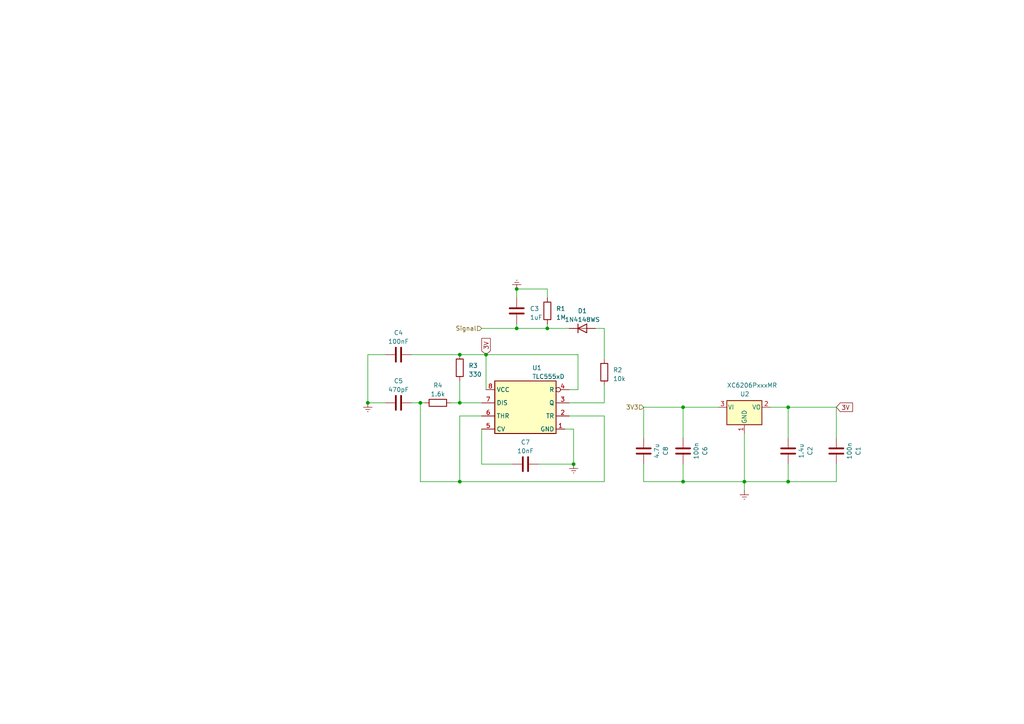
<source format=kicad_sch>
(kicad_sch (version 20230121) (generator eeschema)

  (uuid 3249da53-e5e0-4638-9cc2-3184aba73c05)

  (paper "A4")

  (lib_symbols
    (symbol "Device:C" (pin_numbers hide) (pin_names (offset 0.254)) (in_bom yes) (on_board yes)
      (property "Reference" "C" (at 0.635 2.54 0)
        (effects (font (size 1.27 1.27)) (justify left))
      )
      (property "Value" "C" (at 0.635 -2.54 0)
        (effects (font (size 1.27 1.27)) (justify left))
      )
      (property "Footprint" "" (at 0.9652 -3.81 0)
        (effects (font (size 1.27 1.27)) hide)
      )
      (property "Datasheet" "~" (at 0 0 0)
        (effects (font (size 1.27 1.27)) hide)
      )
      (property "ki_keywords" "cap capacitor" (at 0 0 0)
        (effects (font (size 1.27 1.27)) hide)
      )
      (property "ki_description" "Unpolarized capacitor" (at 0 0 0)
        (effects (font (size 1.27 1.27)) hide)
      )
      (property "ki_fp_filters" "C_*" (at 0 0 0)
        (effects (font (size 1.27 1.27)) hide)
      )
      (symbol "C_0_1"
        (polyline
          (pts
            (xy -2.032 -0.762)
            (xy 2.032 -0.762)
          )
          (stroke (width 0.508) (type default))
          (fill (type none))
        )
        (polyline
          (pts
            (xy -2.032 0.762)
            (xy 2.032 0.762)
          )
          (stroke (width 0.508) (type default))
          (fill (type none))
        )
      )
      (symbol "C_1_1"
        (pin passive line (at 0 3.81 270) (length 2.794)
          (name "~" (effects (font (size 1.27 1.27))))
          (number "1" (effects (font (size 1.27 1.27))))
        )
        (pin passive line (at 0 -3.81 90) (length 2.794)
          (name "~" (effects (font (size 1.27 1.27))))
          (number "2" (effects (font (size 1.27 1.27))))
        )
      )
    )
    (symbol "Device:R" (pin_numbers hide) (pin_names (offset 0)) (in_bom yes) (on_board yes)
      (property "Reference" "R" (at 2.032 0 90)
        (effects (font (size 1.27 1.27)))
      )
      (property "Value" "R" (at 0 0 90)
        (effects (font (size 1.27 1.27)))
      )
      (property "Footprint" "" (at -1.778 0 90)
        (effects (font (size 1.27 1.27)) hide)
      )
      (property "Datasheet" "~" (at 0 0 0)
        (effects (font (size 1.27 1.27)) hide)
      )
      (property "ki_keywords" "R res resistor" (at 0 0 0)
        (effects (font (size 1.27 1.27)) hide)
      )
      (property "ki_description" "Resistor" (at 0 0 0)
        (effects (font (size 1.27 1.27)) hide)
      )
      (property "ki_fp_filters" "R_*" (at 0 0 0)
        (effects (font (size 1.27 1.27)) hide)
      )
      (symbol "R_0_1"
        (rectangle (start -1.016 -2.54) (end 1.016 2.54)
          (stroke (width 0.254) (type default))
          (fill (type none))
        )
      )
      (symbol "R_1_1"
        (pin passive line (at 0 3.81 270) (length 1.27)
          (name "~" (effects (font (size 1.27 1.27))))
          (number "1" (effects (font (size 1.27 1.27))))
        )
        (pin passive line (at 0 -3.81 90) (length 1.27)
          (name "~" (effects (font (size 1.27 1.27))))
          (number "2" (effects (font (size 1.27 1.27))))
        )
      )
    )
    (symbol "Diode:1N4148WS" (pin_numbers hide) (pin_names hide) (in_bom yes) (on_board yes)
      (property "Reference" "D" (at 0 2.54 0)
        (effects (font (size 1.27 1.27)))
      )
      (property "Value" "1N4148WS" (at 0 -2.54 0)
        (effects (font (size 1.27 1.27)))
      )
      (property "Footprint" "Diode_SMD:D_SOD-323" (at 0 -4.445 0)
        (effects (font (size 1.27 1.27)) hide)
      )
      (property "Datasheet" "https://www.vishay.com/docs/85751/1n4148ws.pdf" (at 0 0 0)
        (effects (font (size 1.27 1.27)) hide)
      )
      (property "Sim.Device" "D" (at 0 0 0)
        (effects (font (size 1.27 1.27)) hide)
      )
      (property "Sim.Pins" "1=K 2=A" (at 0 0 0)
        (effects (font (size 1.27 1.27)) hide)
      )
      (property "ki_keywords" "diode" (at 0 0 0)
        (effects (font (size 1.27 1.27)) hide)
      )
      (property "ki_description" "75V 0.15A Fast switching Diode, SOD-323" (at 0 0 0)
        (effects (font (size 1.27 1.27)) hide)
      )
      (property "ki_fp_filters" "D*SOD?323*" (at 0 0 0)
        (effects (font (size 1.27 1.27)) hide)
      )
      (symbol "1N4148WS_0_1"
        (polyline
          (pts
            (xy -1.27 1.27)
            (xy -1.27 -1.27)
          )
          (stroke (width 0.254) (type default))
          (fill (type none))
        )
        (polyline
          (pts
            (xy 1.27 0)
            (xy -1.27 0)
          )
          (stroke (width 0) (type default))
          (fill (type none))
        )
        (polyline
          (pts
            (xy 1.27 1.27)
            (xy 1.27 -1.27)
            (xy -1.27 0)
            (xy 1.27 1.27)
          )
          (stroke (width 0.254) (type default))
          (fill (type none))
        )
      )
      (symbol "1N4148WS_1_1"
        (pin passive line (at -3.81 0 0) (length 2.54)
          (name "K" (effects (font (size 1.27 1.27))))
          (number "1" (effects (font (size 1.27 1.27))))
        )
        (pin passive line (at 3.81 0 180) (length 2.54)
          (name "A" (effects (font (size 1.27 1.27))))
          (number "2" (effects (font (size 1.27 1.27))))
        )
      )
    )
    (symbol "Regulator_Linear:XC6206PxxxMR" (pin_names (offset 0.254)) (in_bom yes) (on_board yes)
      (property "Reference" "U" (at -3.81 3.175 0)
        (effects (font (size 1.27 1.27)))
      )
      (property "Value" "XC6206PxxxMR" (at 0 3.175 0)
        (effects (font (size 1.27 1.27)) (justify left))
      )
      (property "Footprint" "Package_TO_SOT_SMD:SOT-23-3" (at 0 5.715 0)
        (effects (font (size 1.27 1.27) italic) hide)
      )
      (property "Datasheet" "https://www.torexsemi.com/file/xc6206/XC6206.pdf" (at 0 0 0)
        (effects (font (size 1.27 1.27)) hide)
      )
      (property "ki_keywords" "Torex LDO Voltage Regulator Fixed Positive" (at 0 0 0)
        (effects (font (size 1.27 1.27)) hide)
      )
      (property "ki_description" "Positive 60-250mA Low Dropout Regulator, Fixed Output, SOT-23" (at 0 0 0)
        (effects (font (size 1.27 1.27)) hide)
      )
      (property "ki_fp_filters" "SOT?23?3*" (at 0 0 0)
        (effects (font (size 1.27 1.27)) hide)
      )
      (symbol "XC6206PxxxMR_0_1"
        (rectangle (start -5.08 1.905) (end 5.08 -5.08)
          (stroke (width 0.254) (type default))
          (fill (type background))
        )
      )
      (symbol "XC6206PxxxMR_1_1"
        (pin power_in line (at 0 -7.62 90) (length 2.54)
          (name "GND" (effects (font (size 1.27 1.27))))
          (number "1" (effects (font (size 1.27 1.27))))
        )
        (pin power_out line (at 7.62 0 180) (length 2.54)
          (name "VO" (effects (font (size 1.27 1.27))))
          (number "2" (effects (font (size 1.27 1.27))))
        )
        (pin power_in line (at -7.62 0 0) (length 2.54)
          (name "VI" (effects (font (size 1.27 1.27))))
          (number "3" (effects (font (size 1.27 1.27))))
        )
      )
    )
    (symbol "Timer:TLC555xD" (in_bom yes) (on_board yes)
      (property "Reference" "U1" (at 1.9559 11.43 0)
        (effects (font (size 1.27 1.27)) (justify left))
      )
      (property "Value" "TLC555xD" (at 1.9559 8.89 0)
        (effects (font (size 1.27 1.27)) (justify left))
      )
      (property "Footprint" "Package_SO:SOIC-8_3.9x4.9mm_P1.27mm" (at 21.59 -10.16 0)
        (effects (font (size 1.27 1.27)) hide)
      )
      (property "Datasheet" "http://www.ti.com/lit/ds/symlink/tlc555.pdf" (at 21.59 -10.16 0)
        (effects (font (size 1.27 1.27)) hide)
      )
      (property "ki_keywords" "single timer 555" (at 0 0 0)
        (effects (font (size 1.27 1.27)) hide)
      )
      (property "ki_description" "Single LinCMOS Timer, 555 compatible, SOIC-8" (at 0 0 0)
        (effects (font (size 1.27 1.27)) hide)
      )
      (property "ki_fp_filters" "SOIC*3.9x4.9mm*P1.27mm*" (at 0 0 0)
        (effects (font (size 1.27 1.27)) hide)
      )
      (symbol "TLC555xD_0_0"
        (pin power_in line (at 11.43 -6.35 180) (length 2.54)
          (name "GND" (effects (font (size 1.27 1.27))))
          (number "1" (effects (font (size 1.27 1.27))))
        )
        (pin power_in line (at -11.43 5.08 0) (length 2.54)
          (name "VCC" (effects (font (size 1.27 1.27))))
          (number "8" (effects (font (size 1.27 1.27))))
        )
      )
      (symbol "TLC555xD_0_1"
        (rectangle (start -8.89 -7.62) (end 8.89 7.62)
          (stroke (width 0.254) (type default))
          (fill (type background))
        )
        (rectangle (start -8.89 7.62) (end 8.89 -7.62)
          (stroke (width 0.254) (type default))
          (fill (type background))
        )
      )
      (symbol "TLC555xD_1_1"
        (pin input line (at 12.7 -2.54 180) (length 3.81)
          (name "TR" (effects (font (size 1.27 1.27))))
          (number "2" (effects (font (size 1.27 1.27))))
        )
        (pin output line (at 12.7 1.27 180) (length 3.81)
          (name "Q" (effects (font (size 1.27 1.27))))
          (number "3" (effects (font (size 1.27 1.27))))
        )
        (pin input inverted (at 12.7 5.08 180) (length 3.81)
          (name "R" (effects (font (size 1.27 1.27))))
          (number "4" (effects (font (size 1.27 1.27))))
        )
        (pin input line (at -12.7 -6.35 0) (length 3.81)
          (name "CV" (effects (font (size 1.27 1.27))))
          (number "5" (effects (font (size 1.27 1.27))))
        )
        (pin input line (at -12.7 -2.54 0) (length 3.81)
          (name "THR" (effects (font (size 1.27 1.27))))
          (number "6" (effects (font (size 1.27 1.27))))
        )
        (pin input line (at -12.7 1.27 0) (length 3.81)
          (name "DIS" (effects (font (size 1.27 1.27))))
          (number "7" (effects (font (size 1.27 1.27))))
        )
      )
    )
    (symbol "power:Earth" (power) (pin_names (offset 0)) (in_bom yes) (on_board yes)
      (property "Reference" "#PWR" (at 0 -6.35 0)
        (effects (font (size 1.27 1.27)) hide)
      )
      (property "Value" "Earth" (at 0 -3.81 0)
        (effects (font (size 1.27 1.27)) hide)
      )
      (property "Footprint" "" (at 0 0 0)
        (effects (font (size 1.27 1.27)) hide)
      )
      (property "Datasheet" "~" (at 0 0 0)
        (effects (font (size 1.27 1.27)) hide)
      )
      (property "ki_keywords" "global ground gnd" (at 0 0 0)
        (effects (font (size 1.27 1.27)) hide)
      )
      (property "ki_description" "Power symbol creates a global label with name \"Earth\"" (at 0 0 0)
        (effects (font (size 1.27 1.27)) hide)
      )
      (symbol "Earth_0_1"
        (polyline
          (pts
            (xy -0.635 -1.905)
            (xy 0.635 -1.905)
          )
          (stroke (width 0) (type default))
          (fill (type none))
        )
        (polyline
          (pts
            (xy -0.127 -2.54)
            (xy 0.127 -2.54)
          )
          (stroke (width 0) (type default))
          (fill (type none))
        )
        (polyline
          (pts
            (xy 0 -1.27)
            (xy 0 0)
          )
          (stroke (width 0) (type default))
          (fill (type none))
        )
        (polyline
          (pts
            (xy 1.27 -1.27)
            (xy -1.27 -1.27)
          )
          (stroke (width 0) (type default))
          (fill (type none))
        )
      )
      (symbol "Earth_1_1"
        (pin power_in line (at 0 0 270) (length 0) hide
          (name "Earth" (effects (font (size 1.27 1.27))))
          (number "1" (effects (font (size 1.27 1.27))))
        )
      )
    )
  )

  (junction (at 140.97 102.87) (diameter 0) (color 0 0 0 0)
    (uuid 199e55fa-1986-4946-9aff-3c3b1efb769a)
  )
  (junction (at 133.35 116.84) (diameter 0) (color 0 0 0 0)
    (uuid 28284bfc-9301-4e6a-bade-9da200d1fb95)
  )
  (junction (at 228.6 118.11) (diameter 0) (color 0 0 0 0)
    (uuid 31c2fee1-bf28-40b6-b3bc-81dae9bad675)
  )
  (junction (at 149.86 95.25) (diameter 0) (color 0 0 0 0)
    (uuid 46babcf2-973b-4138-accd-a5c4a38b114b)
  )
  (junction (at 158.75 95.25) (diameter 0) (color 0 0 0 0)
    (uuid 9576da0f-60d2-42f3-83f5-8e1186fdf70e)
  )
  (junction (at 198.12 118.11) (diameter 0) (color 0 0 0 0)
    (uuid 9b365b3f-62c4-492d-8d9f-c11b66f2fb23)
  )
  (junction (at 106.68 116.84) (diameter 0) (color 0 0 0 0)
    (uuid 9befd2b0-cd9d-4f1e-8e88-89b63cdfa834)
  )
  (junction (at 166.37 134.62) (diameter 0) (color 0 0 0 0)
    (uuid a50e0efc-8a49-4fd4-95b6-67ae8fba2f71)
  )
  (junction (at 121.92 116.84) (diameter 0) (color 0 0 0 0)
    (uuid a81b78ee-4209-45ad-8cb9-b4a08e3e3588)
  )
  (junction (at 133.35 102.87) (diameter 0) (color 0 0 0 0)
    (uuid c1827bae-e17f-4a32-b0a1-c8615483c4f2)
  )
  (junction (at 133.35 139.7) (diameter 0) (color 0 0 0 0)
    (uuid d0402c47-de1c-447c-a112-755a0fe53a0d)
  )
  (junction (at 149.86 83.82) (diameter 0) (color 0 0 0 0)
    (uuid d1a883b7-00aa-466e-8e88-7cf5598e15f0)
  )
  (junction (at 228.6 139.7) (diameter 0) (color 0 0 0 0)
    (uuid e57678a7-7f0a-407d-9d00-6fd1324e0657)
  )
  (junction (at 215.9 139.7) (diameter 0) (color 0 0 0 0)
    (uuid e806401c-6a9a-4725-b828-65f32470e3ab)
  )
  (junction (at 198.12 139.7) (diameter 0) (color 0 0 0 0)
    (uuid fb975a48-0a34-41c8-b243-da4a0a2a6d53)
  )

  (wire (pts (xy 139.7 120.65) (xy 133.35 120.65))
    (stroke (width 0) (type default))
    (uuid 014858d9-c9e8-44ff-8dc0-fd14608a3eb9)
  )
  (wire (pts (xy 175.26 104.14) (xy 175.26 95.25))
    (stroke (width 0) (type default))
    (uuid 023f4a4f-ca05-48cb-af80-1ae7d18cc0c0)
  )
  (wire (pts (xy 149.86 95.25) (xy 158.75 95.25))
    (stroke (width 0) (type default))
    (uuid 11e24841-347c-41ef-9bcd-beb00b4690a2)
  )
  (wire (pts (xy 133.35 110.49) (xy 133.35 116.84))
    (stroke (width 0) (type default))
    (uuid 134705c9-4375-4447-9784-10744ac1b158)
  )
  (wire (pts (xy 186.69 134.62) (xy 186.69 139.7))
    (stroke (width 0) (type default))
    (uuid 16e59711-ae3b-433e-be8a-22827c7add33)
  )
  (wire (pts (xy 175.26 116.84) (xy 175.26 111.76))
    (stroke (width 0) (type default))
    (uuid 1b3457d6-701a-4b76-91dc-280bbf9d1604)
  )
  (wire (pts (xy 166.37 124.46) (xy 166.37 134.62))
    (stroke (width 0) (type default))
    (uuid 249e7706-c020-492d-8fd9-223c4bb23968)
  )
  (wire (pts (xy 215.9 139.7) (xy 215.9 142.24))
    (stroke (width 0) (type default))
    (uuid 25154feb-c546-46d9-b6df-f69376cb7a9f)
  )
  (wire (pts (xy 133.35 139.7) (xy 121.92 139.7))
    (stroke (width 0) (type default))
    (uuid 26bb57aa-74b9-4566-aa3f-99cdd6f93a23)
  )
  (wire (pts (xy 130.81 116.84) (xy 133.35 116.84))
    (stroke (width 0) (type default))
    (uuid 27b87737-d9a3-4854-b518-ba7da6dcc1ab)
  )
  (wire (pts (xy 165.1 116.84) (xy 175.26 116.84))
    (stroke (width 0) (type default))
    (uuid 32acd857-7c62-46e2-ae8b-1963fe5528ed)
  )
  (wire (pts (xy 158.75 95.25) (xy 165.1 95.25))
    (stroke (width 0) (type default))
    (uuid 3420505c-1a0f-49ae-8e55-896952fbc06c)
  )
  (wire (pts (xy 158.75 95.25) (xy 158.75 93.98))
    (stroke (width 0) (type default))
    (uuid 379ccff5-1f02-4d6f-b762-5d1001591b02)
  )
  (wire (pts (xy 198.12 118.11) (xy 208.28 118.11))
    (stroke (width 0) (type default))
    (uuid 38491365-a86a-47ba-af32-2d51747038f2)
  )
  (wire (pts (xy 228.6 139.7) (xy 215.9 139.7))
    (stroke (width 0) (type default))
    (uuid 398db78d-a3ad-46fc-9ea9-b0612974ff1a)
  )
  (wire (pts (xy 149.86 95.25) (xy 149.86 93.98))
    (stroke (width 0) (type default))
    (uuid 3f23601e-df30-400b-af02-0855c9f5e9a0)
  )
  (wire (pts (xy 119.38 116.84) (xy 121.92 116.84))
    (stroke (width 0) (type default))
    (uuid 454e4355-10d0-42a5-a4c4-a0c78157d89b)
  )
  (wire (pts (xy 175.26 120.65) (xy 165.1 120.65))
    (stroke (width 0) (type default))
    (uuid 4ab78b28-8259-497c-9aff-304c2fcfc521)
  )
  (wire (pts (xy 140.97 102.87) (xy 167.64 102.87))
    (stroke (width 0) (type default))
    (uuid 5fca73c8-828e-4cf0-89b8-dd2989f242fb)
  )
  (wire (pts (xy 186.69 118.11) (xy 186.69 127))
    (stroke (width 0) (type default))
    (uuid 610a4313-09c3-46e5-939e-bdc4342670ba)
  )
  (wire (pts (xy 228.6 118.11) (xy 228.6 127))
    (stroke (width 0) (type default))
    (uuid 61e7d0de-8c24-4840-8e8f-e42c1d43764b)
  )
  (wire (pts (xy 228.6 134.62) (xy 228.6 139.7))
    (stroke (width 0) (type default))
    (uuid 65206db5-d81c-422f-8b65-fedbaedd4cad)
  )
  (wire (pts (xy 228.6 118.11) (xy 242.57 118.11))
    (stroke (width 0) (type default))
    (uuid 6861f074-7254-43ea-acf9-cbb8c56fb2f5)
  )
  (wire (pts (xy 242.57 139.7) (xy 228.6 139.7))
    (stroke (width 0) (type default))
    (uuid 6fa26b84-6581-49e5-8d74-b05f4ed5df90)
  )
  (wire (pts (xy 133.35 139.7) (xy 175.26 139.7))
    (stroke (width 0) (type default))
    (uuid 74675123-b9ba-4f0e-81d7-4043fbf87cfe)
  )
  (wire (pts (xy 165.1 113.03) (xy 167.64 113.03))
    (stroke (width 0) (type default))
    (uuid 78574b24-08ce-4062-8bb7-5d85010bc4c2)
  )
  (wire (pts (xy 149.86 83.82) (xy 158.75 83.82))
    (stroke (width 0) (type default))
    (uuid 83b4b608-7de5-499d-898d-9abbe038d5cd)
  )
  (wire (pts (xy 119.38 102.87) (xy 133.35 102.87))
    (stroke (width 0) (type default))
    (uuid 86119095-a1fb-4461-8036-19ddce414ffc)
  )
  (wire (pts (xy 149.86 83.82) (xy 149.86 86.36))
    (stroke (width 0) (type default))
    (uuid 897b1bae-198c-472f-af70-c1c0e87183b6)
  )
  (wire (pts (xy 175.26 139.7) (xy 175.26 120.65))
    (stroke (width 0) (type default))
    (uuid 89e2e8d8-961f-4599-9481-003a1c65676c)
  )
  (wire (pts (xy 139.7 134.62) (xy 139.7 124.46))
    (stroke (width 0) (type default))
    (uuid 8a8d4648-bd48-4605-8fbb-a1b467133f94)
  )
  (wire (pts (xy 121.92 139.7) (xy 121.92 116.84))
    (stroke (width 0) (type default))
    (uuid 8b0c9716-5bda-482d-bf99-47e505469381)
  )
  (wire (pts (xy 198.12 139.7) (xy 215.9 139.7))
    (stroke (width 0) (type default))
    (uuid 8ea30623-29d2-44a5-876c-4dc4e47f1ec1)
  )
  (wire (pts (xy 198.12 127) (xy 198.12 118.11))
    (stroke (width 0) (type default))
    (uuid 93930c18-7912-4ff0-a738-49725ca85e10)
  )
  (wire (pts (xy 139.7 95.25) (xy 149.86 95.25))
    (stroke (width 0) (type default))
    (uuid 95407c58-289c-4de8-b5c2-ff0224bf740e)
  )
  (wire (pts (xy 106.68 102.87) (xy 106.68 116.84))
    (stroke (width 0) (type default))
    (uuid 9de7ed63-5f4c-444e-b8a1-14ff5c826206)
  )
  (wire (pts (xy 148.59 134.62) (xy 139.7 134.62))
    (stroke (width 0) (type default))
    (uuid a182e628-6240-4e26-9954-b20cb49f4068)
  )
  (wire (pts (xy 121.92 116.84) (xy 123.19 116.84))
    (stroke (width 0) (type default))
    (uuid ad75c297-d336-41c0-a8d6-72abe29f1854)
  )
  (wire (pts (xy 158.75 83.82) (xy 158.75 86.36))
    (stroke (width 0) (type default))
    (uuid b52beeb9-57ca-4390-a042-00fda0a602e5)
  )
  (wire (pts (xy 140.97 102.87) (xy 133.35 102.87))
    (stroke (width 0) (type default))
    (uuid b639868b-db8a-4d00-885f-976ac0621149)
  )
  (wire (pts (xy 140.97 102.87) (xy 140.97 113.03))
    (stroke (width 0) (type default))
    (uuid b87a38e9-2eed-4f20-8f28-cbe09dc5bae0)
  )
  (wire (pts (xy 175.26 95.25) (xy 172.72 95.25))
    (stroke (width 0) (type default))
    (uuid bb1475c9-b0d8-4b42-aa07-c5843b9cd6b3)
  )
  (wire (pts (xy 156.21 134.62) (xy 166.37 134.62))
    (stroke (width 0) (type default))
    (uuid bc8160e4-20b7-43e7-ab70-e927abbaabfd)
  )
  (wire (pts (xy 198.12 139.7) (xy 186.69 139.7))
    (stroke (width 0) (type default))
    (uuid c5b419a7-4229-47d9-a1ba-4e3bcf320cd7)
  )
  (wire (pts (xy 133.35 120.65) (xy 133.35 139.7))
    (stroke (width 0) (type default))
    (uuid cc14893e-e653-4c2e-ae2c-efaddb3de6fe)
  )
  (wire (pts (xy 215.9 125.73) (xy 215.9 139.7))
    (stroke (width 0) (type default))
    (uuid ccb8deee-a153-42a3-82dc-67fdea2c39c7)
  )
  (wire (pts (xy 167.64 113.03) (xy 167.64 102.87))
    (stroke (width 0) (type default))
    (uuid d0eeb4d7-ea0c-4290-8752-d4148923925e)
  )
  (wire (pts (xy 223.52 118.11) (xy 228.6 118.11))
    (stroke (width 0) (type default))
    (uuid d32826f1-2730-47c6-af64-a4d9a2438020)
  )
  (wire (pts (xy 166.37 124.46) (xy 163.83 124.46))
    (stroke (width 0) (type default))
    (uuid d752cc02-c506-41c3-977a-5710e2d56eb1)
  )
  (wire (pts (xy 198.12 118.11) (xy 186.69 118.11))
    (stroke (width 0) (type default))
    (uuid dc911ad6-6e03-476b-b122-9875e47bd50a)
  )
  (wire (pts (xy 198.12 134.62) (xy 198.12 139.7))
    (stroke (width 0) (type default))
    (uuid dcaa7618-ff51-4139-bbec-07f9792214c2)
  )
  (wire (pts (xy 242.57 118.11) (xy 242.57 127))
    (stroke (width 0) (type default))
    (uuid e6ad52a4-3713-4073-9aca-0fd50d985343)
  )
  (wire (pts (xy 242.57 134.62) (xy 242.57 139.7))
    (stroke (width 0) (type default))
    (uuid eea793ba-e75c-427e-bbc1-f0791328c35e)
  )
  (wire (pts (xy 111.76 102.87) (xy 106.68 102.87))
    (stroke (width 0) (type default))
    (uuid f1a6c1b2-1c6a-4427-a7e5-75e7413efb3f)
  )
  (wire (pts (xy 106.68 116.84) (xy 111.76 116.84))
    (stroke (width 0) (type default))
    (uuid f3e20ec1-70e5-475b-9522-032af134559c)
  )
  (wire (pts (xy 133.35 116.84) (xy 139.7 116.84))
    (stroke (width 0) (type default))
    (uuid fec9525d-74b9-486a-871f-cac9672abe2a)
  )

  (global_label "3V" (shape input) (at 242.57 118.11 0) (fields_autoplaced)
    (effects (font (size 1.27 1.27)) (justify left))
    (uuid 0abb52d2-743b-478f-afff-614328e1fe98)
    (property "Intersheetrefs" "${INTERSHEET_REFS}" (at 247.7739 118.11 0)
      (effects (font (size 1.27 1.27)) (justify left) hide)
    )
  )
  (global_label "3V" (shape input) (at 140.97 102.87 90) (fields_autoplaced)
    (effects (font (size 1.27 1.27)) (justify left))
    (uuid ef5a5f2a-74be-49fe-ad6c-5a91370c5175)
    (property "Intersheetrefs" "${INTERSHEET_REFS}" (at 140.97 97.6661 90)
      (effects (font (size 1.27 1.27)) (justify left) hide)
    )
  )

  (hierarchical_label "3V3" (shape input) (at 186.69 118.11 180) (fields_autoplaced)
    (effects (font (size 1.27 1.27)) (justify right))
    (uuid b3208217-6a49-407a-84f1-dc8b868fcd0d)
  )
  (hierarchical_label "Signal" (shape input) (at 139.7 95.25 180) (fields_autoplaced)
    (effects (font (size 1.27 1.27)) (justify right))
    (uuid ee7642ea-d7af-489a-b8f4-c27b5dfb50c3)
  )

  (symbol (lib_id "Timer:TLC555xD") (at 152.4 118.11 0) (unit 1)
    (in_bom yes) (on_board yes) (dnp no)
    (uuid 029471f1-7a89-4022-ad64-1899a12dd861)
    (property "Reference" "U1" (at 154.3559 106.68 0)
      (effects (font (size 1.27 1.27)) (justify left))
    )
    (property "Value" "TLC555xD" (at 154.3559 109.22 0)
      (effects (font (size 1.27 1.27)) (justify left))
    )
    (property "Footprint" "Package_SO:SOIC-8_3.9x4.9mm_P1.27mm" (at 173.99 128.27 0)
      (effects (font (size 1.27 1.27)) hide)
    )
    (property "Datasheet" "http://www.ti.com/lit/ds/symlink/tlc555.pdf" (at 173.99 128.27 0)
      (effects (font (size 1.27 1.27)) hide)
    )
    (pin "1" (uuid d72d53cb-968c-48a5-bafb-5307de142a41))
    (pin "8" (uuid 79ce135a-7627-4df4-903d-e08bab4c6750))
    (pin "2" (uuid 5d1bf59e-5e4a-45d8-8849-2a813df8c1d4))
    (pin "3" (uuid 2d1bbe75-52f4-4ad0-8e2c-ff950b305a57))
    (pin "4" (uuid b8af7143-fe0a-4a6c-aaf1-aa13b9368e11))
    (pin "5" (uuid bc2be05b-4242-4479-86eb-83e491503ce8))
    (pin "6" (uuid 7cbf2498-b833-4589-9798-fcae5ed37825))
    (pin "7" (uuid fdeddd5d-4b95-43dd-aa56-8fa8836840c4))
    (instances
      (project "sensor_system"
        (path "/d745cb62-8f4d-408c-9af8-25e31ee1e0d0/aa2079c6-27cc-4f87-ae93-44912efb1889"
          (reference "U1") (unit 1)
        )
      )
    )
  )

  (symbol (lib_id "power:Earth") (at 106.68 116.84 0) (unit 1)
    (in_bom yes) (on_board yes) (dnp no) (fields_autoplaced)
    (uuid 1305d313-d1e8-435f-b7b4-94b88c62f582)
    (property "Reference" "#PWR02" (at 106.68 123.19 0)
      (effects (font (size 1.27 1.27)) hide)
    )
    (property "Value" "Earth" (at 106.68 120.65 0)
      (effects (font (size 1.27 1.27)) hide)
    )
    (property "Footprint" "" (at 106.68 116.84 0)
      (effects (font (size 1.27 1.27)) hide)
    )
    (property "Datasheet" "~" (at 106.68 116.84 0)
      (effects (font (size 1.27 1.27)) hide)
    )
    (pin "1" (uuid 457cdb6a-4887-42fd-859b-0fea4b966dcf))
    (instances
      (project "sensor_system"
        (path "/d745cb62-8f4d-408c-9af8-25e31ee1e0d0/aa2079c6-27cc-4f87-ae93-44912efb1889"
          (reference "#PWR02") (unit 1)
        )
      )
    )
  )

  (symbol (lib_id "Device:C") (at 198.12 130.81 0) (unit 1)
    (in_bom yes) (on_board yes) (dnp no) (fields_autoplaced)
    (uuid 14e54d2f-bda0-4028-86c2-91818a3c8fda)
    (property "Reference" "C6" (at 204.47 130.81 90)
      (effects (font (size 1.27 1.27)))
    )
    (property "Value" "100n" (at 201.93 130.81 90)
      (effects (font (size 1.27 1.27)))
    )
    (property "Footprint" "Resistor_SMD:R_0805_2012Metric" (at 199.0852 134.62 0)
      (effects (font (size 1.27 1.27)) hide)
    )
    (property "Datasheet" "~" (at 198.12 130.81 0)
      (effects (font (size 1.27 1.27)) hide)
    )
    (pin "1" (uuid a82765a6-b0d9-4fba-b670-0533b0675e4b))
    (pin "2" (uuid 6e19bd47-09ca-4577-a5ec-c80b33979b1c))
    (instances
      (project "sensor_system"
        (path "/d745cb62-8f4d-408c-9af8-25e31ee1e0d0/aa2079c6-27cc-4f87-ae93-44912efb1889"
          (reference "C6") (unit 1)
        )
      )
    )
  )

  (symbol (lib_id "Device:C") (at 115.57 102.87 90) (unit 1)
    (in_bom yes) (on_board yes) (dnp no) (fields_autoplaced)
    (uuid 29b2bc4e-c479-4f62-a4cd-041e99a7b68c)
    (property "Reference" "C4" (at 115.57 96.52 90)
      (effects (font (size 1.27 1.27)))
    )
    (property "Value" "100nF" (at 115.57 99.06 90)
      (effects (font (size 1.27 1.27)))
    )
    (property "Footprint" "Resistor_SMD:R_0805_2012Metric" (at 119.38 101.9048 0)
      (effects (font (size 1.27 1.27)) hide)
    )
    (property "Datasheet" "~" (at 115.57 102.87 0)
      (effects (font (size 1.27 1.27)) hide)
    )
    (pin "1" (uuid d96152fb-e1fb-4c8c-8f88-e11e9fa8fa3c))
    (pin "2" (uuid 1fde7053-a360-4524-8613-990b7cd2d27f))
    (instances
      (project "sensor_system"
        (path "/d745cb62-8f4d-408c-9af8-25e31ee1e0d0/aa2079c6-27cc-4f87-ae93-44912efb1889"
          (reference "C4") (unit 1)
        )
      )
    )
  )

  (symbol (lib_id "Device:C") (at 115.57 116.84 90) (unit 1)
    (in_bom yes) (on_board yes) (dnp no) (fields_autoplaced)
    (uuid 313be86c-d873-41e0-9be7-984db7725eac)
    (property "Reference" "C5" (at 115.57 110.49 90)
      (effects (font (size 1.27 1.27)))
    )
    (property "Value" "470pF" (at 115.57 113.03 90)
      (effects (font (size 1.27 1.27)))
    )
    (property "Footprint" "Resistor_SMD:R_0805_2012Metric" (at 119.38 115.8748 0)
      (effects (font (size 1.27 1.27)) hide)
    )
    (property "Datasheet" "~" (at 115.57 116.84 0)
      (effects (font (size 1.27 1.27)) hide)
    )
    (pin "1" (uuid 85abc4cb-1b04-4419-b102-ab8da1097543))
    (pin "2" (uuid cd43c1cd-7332-4604-bd26-a3321042b87f))
    (instances
      (project "sensor_system"
        (path "/d745cb62-8f4d-408c-9af8-25e31ee1e0d0/aa2079c6-27cc-4f87-ae93-44912efb1889"
          (reference "C5") (unit 1)
        )
      )
    )
  )

  (symbol (lib_id "Device:R") (at 127 116.84 90) (unit 1)
    (in_bom yes) (on_board yes) (dnp no) (fields_autoplaced)
    (uuid 37b6eb71-8310-4899-bdda-23c8f0eb1bab)
    (property "Reference" "R4" (at 127 111.76 90)
      (effects (font (size 1.27 1.27)))
    )
    (property "Value" "1.6k" (at 127 114.3 90)
      (effects (font (size 1.27 1.27)))
    )
    (property "Footprint" "Resistor_SMD:R_0805_2012Metric" (at 127 118.618 90)
      (effects (font (size 1.27 1.27)) hide)
    )
    (property "Datasheet" "~" (at 127 116.84 0)
      (effects (font (size 1.27 1.27)) hide)
    )
    (pin "1" (uuid b683fd44-a0b0-42ea-a76f-50ffb5d81c4b))
    (pin "2" (uuid f04934bd-e77e-48cd-8ba5-c496484733df))
    (instances
      (project "sensor_system"
        (path "/d745cb62-8f4d-408c-9af8-25e31ee1e0d0/aa2079c6-27cc-4f87-ae93-44912efb1889"
          (reference "R4") (unit 1)
        )
      )
    )
  )

  (symbol (lib_id "Device:C") (at 152.4 134.62 90) (unit 1)
    (in_bom yes) (on_board yes) (dnp no) (fields_autoplaced)
    (uuid 41b90a0d-e47c-4c3d-bee3-0c6264491acb)
    (property "Reference" "C7" (at 152.4 128.27 90)
      (effects (font (size 1.27 1.27)))
    )
    (property "Value" "10nF" (at 152.4 130.81 90)
      (effects (font (size 1.27 1.27)))
    )
    (property "Footprint" "Resistor_SMD:R_0805_2012Metric" (at 156.21 133.6548 0)
      (effects (font (size 1.27 1.27)) hide)
    )
    (property "Datasheet" "~" (at 152.4 134.62 0)
      (effects (font (size 1.27 1.27)) hide)
    )
    (pin "1" (uuid d67b7984-1d03-4f36-9495-105712c42502))
    (pin "2" (uuid 45f03ce4-6ea3-409a-a4da-5db2f6e92fad))
    (instances
      (project "sensor_system"
        (path "/d745cb62-8f4d-408c-9af8-25e31ee1e0d0/aa2079c6-27cc-4f87-ae93-44912efb1889"
          (reference "C7") (unit 1)
        )
      )
    )
  )

  (symbol (lib_id "Regulator_Linear:XC6206PxxxMR") (at 215.9 118.11 0) (unit 1)
    (in_bom yes) (on_board yes) (dnp no)
    (uuid 4e139cef-5e4a-4c70-abd6-a331644dac52)
    (property "Reference" "U2" (at 214.63 114.3 0)
      (effects (font (size 1.27 1.27)) (justify left))
    )
    (property "Value" "XC6206PxxxMR" (at 210.82 111.76 0)
      (effects (font (size 1.27 1.27)) (justify left))
    )
    (property "Footprint" "Package_TO_SOT_SMD:SOT-23-3" (at 215.9 112.395 0)
      (effects (font (size 1.27 1.27) italic) hide)
    )
    (property "Datasheet" "https://www.torexsemi.com/file/xc6206/XC6206.pdf" (at 215.9 118.11 0)
      (effects (font (size 1.27 1.27)) hide)
    )
    (pin "1" (uuid b5477d19-ded4-48d3-9fd1-19a3486fa03a))
    (pin "2" (uuid fc64d5dc-a5d0-41bb-b133-8315d4f65f34))
    (pin "3" (uuid 0f40a03b-58d8-4b92-ae77-01bd54e33d14))
    (instances
      (project "sensor_system"
        (path "/d745cb62-8f4d-408c-9af8-25e31ee1e0d0/aa2079c6-27cc-4f87-ae93-44912efb1889"
          (reference "U2") (unit 1)
        )
      )
    )
  )

  (symbol (lib_id "power:Earth") (at 215.9 142.24 0) (unit 1)
    (in_bom yes) (on_board yes) (dnp no) (fields_autoplaced)
    (uuid 4fec76e9-8180-4197-b94c-f01126572e18)
    (property "Reference" "#PWR06" (at 215.9 148.59 0)
      (effects (font (size 1.27 1.27)) hide)
    )
    (property "Value" "Earth" (at 215.9 146.05 0)
      (effects (font (size 1.27 1.27)) hide)
    )
    (property "Footprint" "" (at 215.9 142.24 0)
      (effects (font (size 1.27 1.27)) hide)
    )
    (property "Datasheet" "~" (at 215.9 142.24 0)
      (effects (font (size 1.27 1.27)) hide)
    )
    (pin "1" (uuid db75824c-5e71-43f9-80e3-f20e7ca8d012))
    (instances
      (project "sensor_system"
        (path "/d745cb62-8f4d-408c-9af8-25e31ee1e0d0/aa2079c6-27cc-4f87-ae93-44912efb1889"
          (reference "#PWR06") (unit 1)
        )
      )
    )
  )

  (symbol (lib_id "Device:C") (at 228.6 130.81 0) (unit 1)
    (in_bom yes) (on_board yes) (dnp no) (fields_autoplaced)
    (uuid 5efa82cd-ebde-4613-844b-6d5fcea1548d)
    (property "Reference" "C2" (at 234.95 130.81 90)
      (effects (font (size 1.27 1.27)))
    )
    (property "Value" "1.4u" (at 232.41 130.81 90)
      (effects (font (size 1.27 1.27)))
    )
    (property "Footprint" "Capacitor_SMD:C_0805_2012Metric" (at 229.5652 134.62 0)
      (effects (font (size 1.27 1.27)) hide)
    )
    (property "Datasheet" "~" (at 228.6 130.81 0)
      (effects (font (size 1.27 1.27)) hide)
    )
    (pin "1" (uuid 45056c81-e908-489f-a785-475575a3e4f2))
    (pin "2" (uuid a75a63bc-ce31-45c4-b9a5-07247aeb4eaf))
    (instances
      (project "sensor_system"
        (path "/d745cb62-8f4d-408c-9af8-25e31ee1e0d0/aa2079c6-27cc-4f87-ae93-44912efb1889"
          (reference "C2") (unit 1)
        )
      )
    )
  )

  (symbol (lib_id "Diode:1N4148WS") (at 168.91 95.25 0) (unit 1)
    (in_bom yes) (on_board yes) (dnp no) (fields_autoplaced)
    (uuid 7ca1a7e8-20f0-447f-98ac-5fc787bdcbec)
    (property "Reference" "D1" (at 168.91 90.17 0)
      (effects (font (size 1.27 1.27)))
    )
    (property "Value" "1N4148WS" (at 168.91 92.71 0)
      (effects (font (size 1.27 1.27)))
    )
    (property "Footprint" "Diode_SMD:D_SOD-323" (at 168.91 99.695 0)
      (effects (font (size 1.27 1.27)) hide)
    )
    (property "Datasheet" "https://www.vishay.com/docs/85751/1n4148ws.pdf" (at 168.91 95.25 0)
      (effects (font (size 1.27 1.27)) hide)
    )
    (property "Sim.Device" "D" (at 168.91 95.25 0)
      (effects (font (size 1.27 1.27)) hide)
    )
    (property "Sim.Pins" "1=K 2=A" (at 168.91 95.25 0)
      (effects (font (size 1.27 1.27)) hide)
    )
    (pin "1" (uuid 2eae2ba6-a79b-425d-b0a9-54a80d620642))
    (pin "2" (uuid b199328f-a16c-4734-9f44-e8a0fd9e3e21))
    (instances
      (project "sensor_system"
        (path "/d745cb62-8f4d-408c-9af8-25e31ee1e0d0/aa2079c6-27cc-4f87-ae93-44912efb1889"
          (reference "D1") (unit 1)
        )
      )
    )
  )

  (symbol (lib_id "Device:C") (at 149.86 90.17 0) (unit 1)
    (in_bom yes) (on_board yes) (dnp no) (fields_autoplaced)
    (uuid 865c31ef-7061-4343-8b36-05a33a1fb332)
    (property "Reference" "C3" (at 153.67 89.535 0)
      (effects (font (size 1.27 1.27)) (justify left))
    )
    (property "Value" "1uF" (at 153.67 92.075 0)
      (effects (font (size 1.27 1.27)) (justify left))
    )
    (property "Footprint" "Capacitor_SMD:C_0603_1608Metric" (at 150.8252 93.98 0)
      (effects (font (size 1.27 1.27)) hide)
    )
    (property "Datasheet" "~" (at 149.86 90.17 0)
      (effects (font (size 1.27 1.27)) hide)
    )
    (pin "1" (uuid 05a51696-c36c-462c-a333-35dd7c365ca6))
    (pin "2" (uuid 84b88573-200d-4824-be61-47cbfdbdcfb0))
    (instances
      (project "sensor_system"
        (path "/d745cb62-8f4d-408c-9af8-25e31ee1e0d0/aa2079c6-27cc-4f87-ae93-44912efb1889"
          (reference "C3") (unit 1)
        )
      )
    )
  )

  (symbol (lib_id "Device:R") (at 133.35 106.68 0) (unit 1)
    (in_bom yes) (on_board yes) (dnp no) (fields_autoplaced)
    (uuid 86a15b49-42d2-44ed-a2e6-b89a34fd5a9d)
    (property "Reference" "R3" (at 135.89 106.045 0)
      (effects (font (size 1.27 1.27)) (justify left))
    )
    (property "Value" "330" (at 135.89 108.585 0)
      (effects (font (size 1.27 1.27)) (justify left))
    )
    (property "Footprint" "Resistor_SMD:R_0805_2012Metric" (at 131.572 106.68 90)
      (effects (font (size 1.27 1.27)) hide)
    )
    (property "Datasheet" "~" (at 133.35 106.68 0)
      (effects (font (size 1.27 1.27)) hide)
    )
    (pin "1" (uuid de71bcfa-bf39-4808-8468-d73245bebe4d))
    (pin "2" (uuid 50c70653-8a89-4ffd-9e38-2b6dff62834d))
    (instances
      (project "sensor_system"
        (path "/d745cb62-8f4d-408c-9af8-25e31ee1e0d0/aa2079c6-27cc-4f87-ae93-44912efb1889"
          (reference "R3") (unit 1)
        )
      )
    )
  )

  (symbol (lib_id "power:Earth") (at 166.37 134.62 0) (unit 1)
    (in_bom yes) (on_board yes) (dnp no) (fields_autoplaced)
    (uuid 9c06da16-425f-4997-8e75-f7e6a19d09f9)
    (property "Reference" "#PWR01" (at 166.37 140.97 0)
      (effects (font (size 1.27 1.27)) hide)
    )
    (property "Value" "Earth" (at 166.37 138.43 0)
      (effects (font (size 1.27 1.27)) hide)
    )
    (property "Footprint" "" (at 166.37 134.62 0)
      (effects (font (size 1.27 1.27)) hide)
    )
    (property "Datasheet" "~" (at 166.37 134.62 0)
      (effects (font (size 1.27 1.27)) hide)
    )
    (pin "1" (uuid b73b736e-2958-4462-b4b0-672463f8a9f7))
    (instances
      (project "sensor_system"
        (path "/d745cb62-8f4d-408c-9af8-25e31ee1e0d0/aa2079c6-27cc-4f87-ae93-44912efb1889"
          (reference "#PWR01") (unit 1)
        )
      )
    )
  )

  (symbol (lib_id "Device:R") (at 158.75 90.17 0) (unit 1)
    (in_bom yes) (on_board yes) (dnp no) (fields_autoplaced)
    (uuid b286e460-b55f-4f44-846a-699b419bbca8)
    (property "Reference" "R1" (at 161.29 89.535 0)
      (effects (font (size 1.27 1.27)) (justify left))
    )
    (property "Value" "1M" (at 161.29 92.075 0)
      (effects (font (size 1.27 1.27)) (justify left))
    )
    (property "Footprint" "Resistor_SMD:R_0805_2012Metric" (at 156.972 90.17 90)
      (effects (font (size 1.27 1.27)) hide)
    )
    (property "Datasheet" "~" (at 158.75 90.17 0)
      (effects (font (size 1.27 1.27)) hide)
    )
    (pin "1" (uuid 8b1c4d01-d507-4c34-8db5-3c4380d9cee3))
    (pin "2" (uuid 007b35e9-2597-40e5-8467-f3e6c4e0d57f))
    (instances
      (project "sensor_system"
        (path "/d745cb62-8f4d-408c-9af8-25e31ee1e0d0/aa2079c6-27cc-4f87-ae93-44912efb1889"
          (reference "R1") (unit 1)
        )
      )
    )
  )

  (symbol (lib_id "Device:R") (at 175.26 107.95 0) (unit 1)
    (in_bom yes) (on_board yes) (dnp no) (fields_autoplaced)
    (uuid b2c898c5-07f0-4656-9787-6aa48ab7cb09)
    (property "Reference" "R2" (at 177.8 107.315 0)
      (effects (font (size 1.27 1.27)) (justify left))
    )
    (property "Value" "10k" (at 177.8 109.855 0)
      (effects (font (size 1.27 1.27)) (justify left))
    )
    (property "Footprint" "Resistor_SMD:R_0805_2012Metric" (at 173.482 107.95 90)
      (effects (font (size 1.27 1.27)) hide)
    )
    (property "Datasheet" "~" (at 175.26 107.95 0)
      (effects (font (size 1.27 1.27)) hide)
    )
    (pin "1" (uuid 666936cc-44e9-4a0c-8c9f-9003e36731e4))
    (pin "2" (uuid b195a82e-411b-4266-aaeb-95a2bb378273))
    (instances
      (project "sensor_system"
        (path "/d745cb62-8f4d-408c-9af8-25e31ee1e0d0/aa2079c6-27cc-4f87-ae93-44912efb1889"
          (reference "R2") (unit 1)
        )
      )
    )
  )

  (symbol (lib_id "power:Earth") (at 149.86 83.82 180) (unit 1)
    (in_bom yes) (on_board yes) (dnp no) (fields_autoplaced)
    (uuid b646215d-e62a-474e-b53e-d51bc8ca09a8)
    (property "Reference" "#PWR03" (at 149.86 77.47 0)
      (effects (font (size 1.27 1.27)) hide)
    )
    (property "Value" "Earth" (at 149.86 80.01 0)
      (effects (font (size 1.27 1.27)) hide)
    )
    (property "Footprint" "" (at 149.86 83.82 0)
      (effects (font (size 1.27 1.27)) hide)
    )
    (property "Datasheet" "~" (at 149.86 83.82 0)
      (effects (font (size 1.27 1.27)) hide)
    )
    (pin "1" (uuid 327f3e14-15a4-4286-bc18-503d460f837d))
    (instances
      (project "sensor_system"
        (path "/d745cb62-8f4d-408c-9af8-25e31ee1e0d0/aa2079c6-27cc-4f87-ae93-44912efb1889"
          (reference "#PWR03") (unit 1)
        )
      )
    )
  )

  (symbol (lib_id "Device:C") (at 186.69 130.81 0) (unit 1)
    (in_bom yes) (on_board yes) (dnp no) (fields_autoplaced)
    (uuid c7a766e6-dae7-441b-91a3-c75a93fd3115)
    (property "Reference" "C8" (at 193.04 130.81 90)
      (effects (font (size 1.27 1.27)))
    )
    (property "Value" "4.7u" (at 190.5 130.81 90)
      (effects (font (size 1.27 1.27)))
    )
    (property "Footprint" "Capacitor_SMD:C_0805_2012Metric" (at 187.6552 134.62 0)
      (effects (font (size 1.27 1.27)) hide)
    )
    (property "Datasheet" "~" (at 186.69 130.81 0)
      (effects (font (size 1.27 1.27)) hide)
    )
    (pin "1" (uuid 6fb0e73b-e12c-4c9c-a28e-d6d68b978336))
    (pin "2" (uuid 2c1cfa14-2f77-47eb-8007-431355b12be3))
    (instances
      (project "sensor_system"
        (path "/d745cb62-8f4d-408c-9af8-25e31ee1e0d0/aa2079c6-27cc-4f87-ae93-44912efb1889"
          (reference "C8") (unit 1)
        )
      )
    )
  )

  (symbol (lib_id "Device:C") (at 242.57 130.81 0) (unit 1)
    (in_bom yes) (on_board yes) (dnp no) (fields_autoplaced)
    (uuid e585d20b-189c-4f4c-8647-acc4562711a9)
    (property "Reference" "C1" (at 248.92 130.81 90)
      (effects (font (size 1.27 1.27)))
    )
    (property "Value" "100n" (at 246.38 130.81 90)
      (effects (font (size 1.27 1.27)))
    )
    (property "Footprint" "Resistor_SMD:R_0805_2012Metric" (at 243.5352 134.62 0)
      (effects (font (size 1.27 1.27)) hide)
    )
    (property "Datasheet" "~" (at 242.57 130.81 0)
      (effects (font (size 1.27 1.27)) hide)
    )
    (pin "1" (uuid c3b3e264-e11d-4de9-a80e-fc45d2fe7c67))
    (pin "2" (uuid f3ba7df5-2521-4125-b74f-d14b34bf50a4))
    (instances
      (project "sensor_system"
        (path "/d745cb62-8f4d-408c-9af8-25e31ee1e0d0/aa2079c6-27cc-4f87-ae93-44912efb1889"
          (reference "C1") (unit 1)
        )
      )
    )
  )
)

</source>
